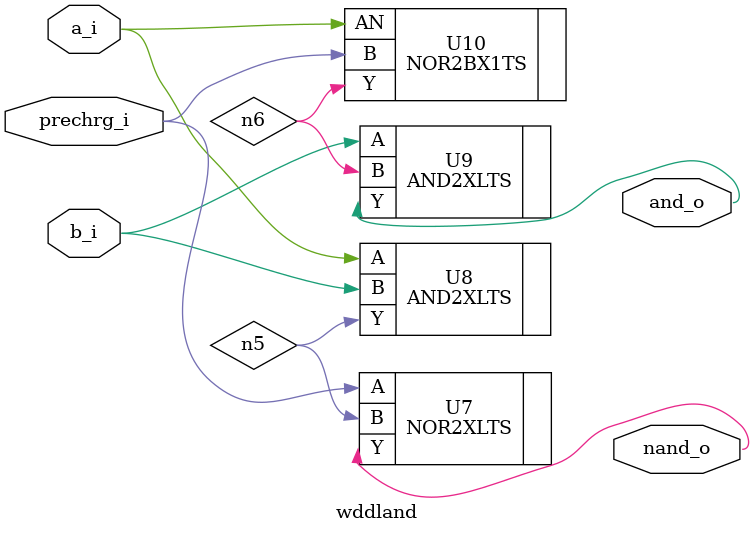
<source format=v>

module wddland ( a_i, b_i, prechrg_i, and_o, nand_o );
  input a_i, b_i, prechrg_i;
  output and_o, nand_o;
  wire   n5, n6;

  NOR2XLTS U7 ( .A(prechrg_i), .B(n5), .Y(nand_o) );
  AND2XLTS U8 ( .A(a_i), .B(b_i), .Y(n5) );
  AND2XLTS U9 ( .A(b_i), .B(n6), .Y(and_o) );
  NOR2BX1TS U10 ( .AN(a_i), .B(prechrg_i), .Y(n6) );
endmodule


</source>
